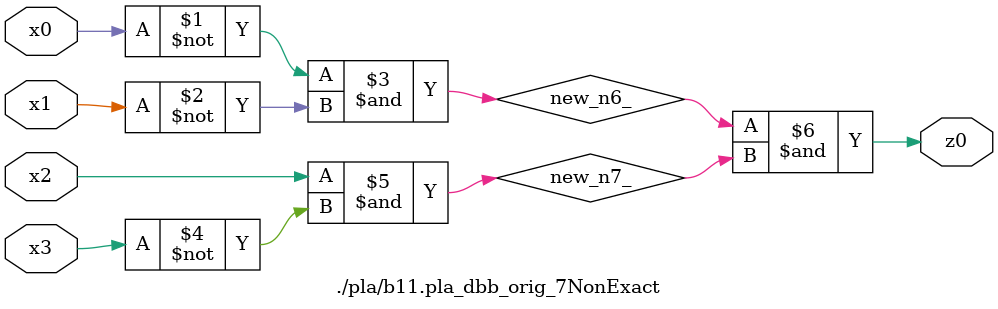
<source format=v>

module \./pla/b11.pla_dbb_orig_7NonExact  ( 
    x0, x1, x2, x3,
    z0  );
  input  x0, x1, x2, x3;
  output z0;
  wire new_n6_, new_n7_;
  assign new_n6_ = ~x0 & ~x1;
  assign new_n7_ = x2 & ~x3;
  assign z0 = new_n6_ & new_n7_;
endmodule



</source>
